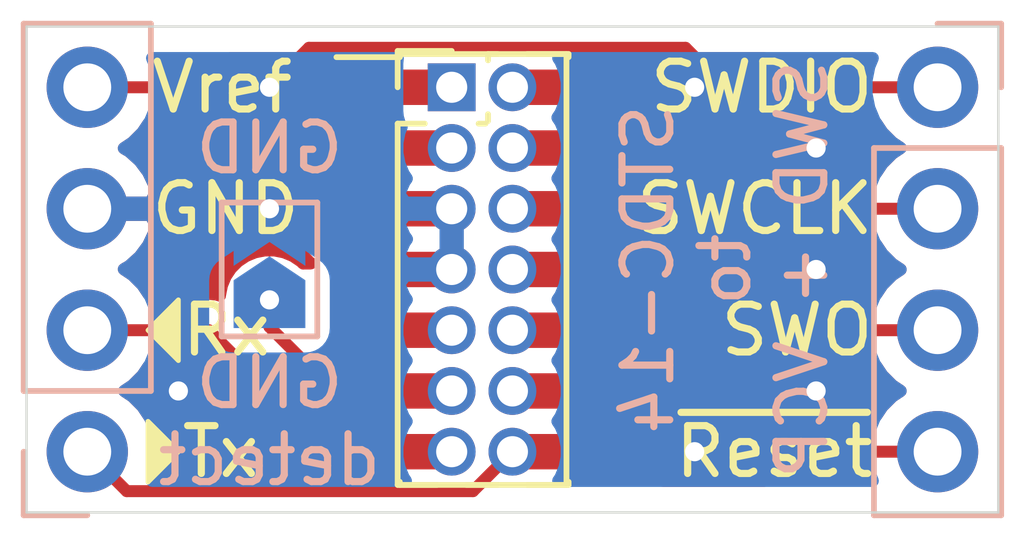
<source format=kicad_pcb>
(kicad_pcb (version 20171130) (host pcbnew "(5.1.8)-1")

  (general
    (thickness 1.6)
    (drawings 17)
    (tracks 49)
    (zones 0)
    (modules 5)
    (nets 18)
  )

  (page A4)
  (layers
    (0 F.Cu signal)
    (31 B.Cu signal)
    (32 B.Adhes user)
    (33 F.Adhes user)
    (34 B.Paste user)
    (35 F.Paste user)
    (36 B.SilkS user)
    (37 F.SilkS user)
    (38 B.Mask user)
    (39 F.Mask user)
    (40 Dwgs.User user)
    (41 Cmts.User user)
    (42 Eco1.User user)
    (43 Eco2.User user)
    (44 Edge.Cuts user)
    (45 Margin user)
    (46 B.CrtYd user)
    (47 F.CrtYd user)
    (48 B.Fab user)
    (49 F.Fab user)
  )

  (setup
    (last_trace_width 0.25)
    (trace_clearance 0.2)
    (zone_clearance 0.508)
    (zone_45_only no)
    (trace_min 0.2)
    (via_size 0.8)
    (via_drill 0.4)
    (via_min_size 0.4)
    (via_min_drill 0.3)
    (uvia_size 0.3)
    (uvia_drill 0.1)
    (uvias_allowed no)
    (uvia_min_size 0.2)
    (uvia_min_drill 0.1)
    (edge_width 0.05)
    (segment_width 0.2)
    (pcb_text_width 0.3)
    (pcb_text_size 1.5 1.5)
    (mod_edge_width 0.12)
    (mod_text_size 1 1)
    (mod_text_width 0.15)
    (pad_size 1.7 1.7)
    (pad_drill 1)
    (pad_to_mask_clearance 0)
    (aux_axis_origin 0 0)
    (visible_elements 7FFFFFFF)
    (pcbplotparams
      (layerselection 0x010fc_ffffffff)
      (usegerberextensions false)
      (usegerberattributes true)
      (usegerberadvancedattributes true)
      (creategerberjobfile true)
      (excludeedgelayer true)
      (linewidth 0.100000)
      (plotframeref false)
      (viasonmask false)
      (mode 1)
      (useauxorigin false)
      (hpglpennumber 1)
      (hpglpenspeed 20)
      (hpglpendiameter 15.000000)
      (psnegative false)
      (psa4output false)
      (plotreference true)
      (plotvalue true)
      (plotinvisibletext false)
      (padsonsilk false)
      (subtractmaskfromsilk false)
      (outputformat 1)
      (mirror false)
      (drillshape 1)
      (scaleselection 1)
      (outputdirectory ""))
  )

  (net 0 "")
  (net 1 VCC)
  (net 2 GND)
  (net 3 RX)
  (net 4 TX)
  (net 5 ~Reset)
  (net 6 "Net-(J2-Pad10)")
  (net 7 "Net-(J2-Pad9)")
  (net 8 SWO)
  (net 9 SWCLK)
  (net 10 SWDIO)
  (net 11 "Net-(J2-Pad2)")
  (net 12 "Net-(J2-Pad1)")
  (net 13 "Net-(J4-Pad10)")
  (net 14 "Net-(J4-Pad9)")
  (net 15 "Net-(J4-Pad2)")
  (net 16 "Net-(J4-Pad1)")
  (net 17 GND-detect)

  (net_class Default "This is the default net class."
    (clearance 0.2)
    (trace_width 0.25)
    (via_dia 0.8)
    (via_drill 0.4)
    (uvia_dia 0.3)
    (uvia_drill 0.1)
    (add_net GND)
    (add_net GND-detect)
    (add_net "Net-(J2-Pad1)")
    (add_net "Net-(J2-Pad10)")
    (add_net "Net-(J2-Pad2)")
    (add_net "Net-(J2-Pad9)")
    (add_net "Net-(J4-Pad1)")
    (add_net "Net-(J4-Pad10)")
    (add_net "Net-(J4-Pad2)")
    (add_net "Net-(J4-Pad9)")
    (add_net RX)
    (add_net SWCLK)
    (add_net SWDIO)
    (add_net SWO)
    (add_net TX)
    (add_net VCC)
    (add_net ~Reset)
  )

  (module Jumper:SolderJumper-2_P1.3mm_Open_TrianglePad1.0x1.5mm (layer B.Cu) (tedit 5A64794F) (tstamp 5FCE627F)
    (at 137.16 91.44 90)
    (descr "SMD Solder Jumper, 1x1.5mm Triangular Pads, 0.3mm gap, open")
    (tags "solder jumper open")
    (path /5FCFEEB3)
    (attr virtual)
    (fp_text reference JP1 (at 0 1.8 270) (layer B.SilkS) hide
      (effects (font (size 1 1) (thickness 0.15)) (justify mirror))
    )
    (fp_text value SolderJumper_2_Open (at 0 -1.9 270) (layer B.Fab) hide
      (effects (font (size 1 1) (thickness 0.15)) (justify mirror))
    )
    (fp_line (start 1.65 -1.25) (end -1.65 -1.25) (layer B.CrtYd) (width 0.05))
    (fp_line (start 1.65 -1.25) (end 1.65 1.25) (layer B.CrtYd) (width 0.05))
    (fp_line (start -1.65 1.25) (end -1.65 -1.25) (layer B.CrtYd) (width 0.05))
    (fp_line (start -1.65 1.25) (end 1.65 1.25) (layer B.CrtYd) (width 0.05))
    (fp_line (start -1.4 1) (end 1.4 1) (layer B.SilkS) (width 0.12))
    (fp_line (start 1.4 1) (end 1.4 -1) (layer B.SilkS) (width 0.12))
    (fp_line (start 1.4 -1) (end -1.4 -1) (layer B.SilkS) (width 0.12))
    (fp_line (start -1.4 -1) (end -1.4 1) (layer B.SilkS) (width 0.12))
    (pad 1 smd custom (at -0.725 0 90) (size 0.3 0.3) (layers B.Cu B.Mask)
      (net 17 GND-detect) (zone_connect 2)
      (options (clearance outline) (anchor rect))
      (primitives
        (gr_poly (pts
           (xy -0.5 0.75) (xy 0.5 0.75) (xy 1 0) (xy 0.5 -0.75) (xy -0.5 -0.75)
) (width 0))
      ))
    (pad 2 smd custom (at 0.725 0 90) (size 0.3 0.3) (layers B.Cu B.Mask)
      (net 2 GND) (zone_connect 2)
      (options (clearance outline) (anchor rect))
      (primitives
        (gr_poly (pts
           (xy -0.65 0.75) (xy 0.5 0.75) (xy 0.5 -0.75) (xy -0.65 -0.75) (xy -0.15 0)
) (width 0))
      ))
  )

  (module Connector_PinHeader_2.54mm:PinHeader_1x04_P2.54mm_Vertical (layer B.Cu) (tedit 5FCDE585) (tstamp 5FCE5B88)
    (at 151.13 87.63 180)
    (descr "Through hole straight pin header, 1x04, 2.54mm pitch, single row")
    (tags "Through hole pin header THT 1x04 2.54mm single row")
    (path /5FCF5306)
    (fp_text reference J3 (at 0 2.33) (layer B.SilkS) hide
      (effects (font (size 1 1) (thickness 0.15)) (justify mirror))
    )
    (fp_text value Conn_01x04 (at 0 -9.95) (layer B.Fab) hide
      (effects (font (size 1 1) (thickness 0.15)) (justify mirror))
    )
    (fp_line (start 1.8 1.8) (end -1.8 1.8) (layer B.CrtYd) (width 0.05))
    (fp_line (start 1.8 -9.4) (end 1.8 1.8) (layer B.CrtYd) (width 0.05))
    (fp_line (start -1.8 -9.4) (end 1.8 -9.4) (layer B.CrtYd) (width 0.05))
    (fp_line (start -1.8 1.8) (end -1.8 -9.4) (layer B.CrtYd) (width 0.05))
    (fp_line (start -1.33 1.33) (end 0 1.33) (layer B.SilkS) (width 0.12))
    (fp_line (start -1.33 0) (end -1.33 1.33) (layer B.SilkS) (width 0.12))
    (fp_line (start -1.33 -1.27) (end 1.33 -1.27) (layer B.SilkS) (width 0.12))
    (fp_line (start 1.33 -1.27) (end 1.33 -8.95) (layer B.SilkS) (width 0.12))
    (fp_line (start -1.33 -1.27) (end -1.33 -8.95) (layer B.SilkS) (width 0.12))
    (fp_line (start -1.33 -8.95) (end 1.33 -8.95) (layer B.SilkS) (width 0.12))
    (fp_line (start -1.27 0.635) (end -0.635 1.27) (layer B.Fab) (width 0.1))
    (fp_line (start -1.27 -8.89) (end -1.27 0.635) (layer B.Fab) (width 0.1))
    (fp_line (start 1.27 -8.89) (end -1.27 -8.89) (layer B.Fab) (width 0.1))
    (fp_line (start 1.27 1.27) (end 1.27 -8.89) (layer B.Fab) (width 0.1))
    (fp_line (start -0.635 1.27) (end 1.27 1.27) (layer B.Fab) (width 0.1))
    (fp_text user %R (at 0 -3.81 270) (layer B.Fab)
      (effects (font (size 1 1) (thickness 0.15)) (justify mirror))
    )
    (pad 4 thru_hole oval (at 0 -7.62 180) (size 1.7 1.7) (drill 1) (layers *.Cu *.Mask)
      (net 5 ~Reset))
    (pad 3 thru_hole oval (at 0 -5.08 180) (size 1.7 1.7) (drill 1) (layers *.Cu *.Mask)
      (net 8 SWO))
    (pad 2 thru_hole oval (at 0 -2.54 180) (size 1.7 1.7) (drill 1) (layers *.Cu *.Mask)
      (net 9 SWCLK))
    (pad 1 thru_hole circle (at 0 0 180) (size 1.7 1.7) (drill 1) (layers *.Cu *.Mask)
      (net 10 SWDIO))
    (model ${KISYS3DMOD}/Connector_PinHeader_2.54mm.3dshapes/PinHeader_1x04_P2.54mm_Vertical.wrl
      (at (xyz 0 0 0))
      (scale (xyz 1 1 1))
      (rotate (xyz 0 0 0))
    )
  )

  (module Connector_PinHeader_2.54mm:PinHeader_1x04_P2.54mm_Vertical (layer B.Cu) (tedit 5FCDE599) (tstamp 5FCE577F)
    (at 133.35 95.25)
    (descr "Through hole straight pin header, 1x04, 2.54mm pitch, single row")
    (tags "Through hole pin header THT 1x04 2.54mm single row")
    (path /5FCF43D0)
    (fp_text reference J1 (at 0 2.33) (layer B.SilkS) hide
      (effects (font (size 1 1) (thickness 0.15)) (justify mirror))
    )
    (fp_text value Conn_01x04 (at 0 -9.95) (layer B.Fab) hide
      (effects (font (size 1 1) (thickness 0.15)) (justify mirror))
    )
    (fp_line (start 1.8 1.8) (end -1.8 1.8) (layer B.CrtYd) (width 0.05))
    (fp_line (start 1.8 -9.4) (end 1.8 1.8) (layer B.CrtYd) (width 0.05))
    (fp_line (start -1.8 -9.4) (end 1.8 -9.4) (layer B.CrtYd) (width 0.05))
    (fp_line (start -1.8 1.8) (end -1.8 -9.4) (layer B.CrtYd) (width 0.05))
    (fp_line (start -1.33 1.33) (end 0 1.33) (layer B.SilkS) (width 0.12))
    (fp_line (start -1.33 0) (end -1.33 1.33) (layer B.SilkS) (width 0.12))
    (fp_line (start -1.33 -1.27) (end 1.33 -1.27) (layer B.SilkS) (width 0.12))
    (fp_line (start 1.33 -1.27) (end 1.33 -8.95) (layer B.SilkS) (width 0.12))
    (fp_line (start -1.33 -1.27) (end -1.33 -8.95) (layer B.SilkS) (width 0.12))
    (fp_line (start -1.33 -8.95) (end 1.33 -8.95) (layer B.SilkS) (width 0.12))
    (fp_line (start -1.27 0.635) (end -0.635 1.27) (layer B.Fab) (width 0.1))
    (fp_line (start -1.27 -8.89) (end -1.27 0.635) (layer B.Fab) (width 0.1))
    (fp_line (start 1.27 -8.89) (end -1.27 -8.89) (layer B.Fab) (width 0.1))
    (fp_line (start 1.27 1.27) (end 1.27 -8.89) (layer B.Fab) (width 0.1))
    (fp_line (start -0.635 1.27) (end 1.27 1.27) (layer B.Fab) (width 0.1))
    (fp_text user %R (at 0 -3.81 -90) (layer B.Fab)
      (effects (font (size 1 1) (thickness 0.15)) (justify mirror))
    )
    (pad 4 thru_hole oval (at 0 -7.62) (size 1.7 1.7) (drill 1) (layers *.Cu *.Mask)
      (net 1 VCC))
    (pad 3 thru_hole oval (at 0 -5.08) (size 1.7 1.7) (drill 1) (layers *.Cu *.Mask)
      (net 2 GND))
    (pad 2 thru_hole oval (at 0 -2.54) (size 1.7 1.7) (drill 1) (layers *.Cu *.Mask)
      (net 3 RX))
    (pad 1 thru_hole circle (at 0 0) (size 1.7 1.7) (drill 1) (layers *.Cu *.Mask)
      (net 4 TX))
    (model ${KISYS3DMOD}/Connector_PinHeader_2.54mm.3dshapes/PinHeader_1x04_P2.54mm_Vertical.wrl
      (at (xyz 0 0 0))
      (scale (xyz 1 1 1))
      (rotate (xyz 0 0 0))
    )
  )

  (module Connector_PinHeader_1.27mm:PinHeader_2x07_P1.27mm_Vertical_SMD (layer F.Cu) (tedit 59FED6E3) (tstamp 5FCE3BC6)
    (at 141.65 91.44)
    (descr "surface-mounted straight pin header, 2x07, 1.27mm pitch, double rows")
    (tags "Surface mounted pin header SMD 2x07 1.27mm double row")
    (path /5FCDDBF9)
    (attr smd)
    (fp_text reference J2 (at 0 -5.505) (layer F.SilkS) hide
      (effects (font (size 1 1) (thickness 0.15)))
    )
    (fp_text value STDC14_SMD (at 0 5.505) (layer F.Fab) hide
      (effects (font (size 1 1) (thickness 0.15)))
    )
    (fp_line (start 4.3 -4.95) (end -4.3 -4.95) (layer F.CrtYd) (width 0.05))
    (fp_line (start 4.3 4.95) (end 4.3 -4.95) (layer F.CrtYd) (width 0.05))
    (fp_line (start -4.3 4.95) (end 4.3 4.95) (layer F.CrtYd) (width 0.05))
    (fp_line (start -4.3 -4.95) (end -4.3 4.95) (layer F.CrtYd) (width 0.05))
    (fp_line (start 1.765 4.44) (end 1.765 4.505) (layer F.SilkS) (width 0.12))
    (fp_line (start -1.765 4.44) (end -1.765 4.505) (layer F.SilkS) (width 0.12))
    (fp_line (start 1.765 -4.505) (end 1.765 -4.44) (layer F.SilkS) (width 0.12))
    (fp_line (start -1.765 -4.505) (end -1.765 -4.44) (layer F.SilkS) (width 0.12))
    (fp_line (start -3.09 -4.44) (end -1.765 -4.44) (layer F.SilkS) (width 0.12))
    (fp_line (start -1.765 4.505) (end 1.765 4.505) (layer F.SilkS) (width 0.12))
    (fp_line (start -1.765 -4.505) (end 1.765 -4.505) (layer F.SilkS) (width 0.12))
    (fp_line (start 2.75 4.01) (end 1.705 4.01) (layer F.Fab) (width 0.1))
    (fp_line (start 2.75 3.61) (end 2.75 4.01) (layer F.Fab) (width 0.1))
    (fp_line (start 1.705 3.61) (end 2.75 3.61) (layer F.Fab) (width 0.1))
    (fp_line (start -2.75 4.01) (end -1.705 4.01) (layer F.Fab) (width 0.1))
    (fp_line (start -2.75 3.61) (end -2.75 4.01) (layer F.Fab) (width 0.1))
    (fp_line (start -1.705 3.61) (end -2.75 3.61) (layer F.Fab) (width 0.1))
    (fp_line (start 2.75 2.74) (end 1.705 2.74) (layer F.Fab) (width 0.1))
    (fp_line (start 2.75 2.34) (end 2.75 2.74) (layer F.Fab) (width 0.1))
    (fp_line (start 1.705 2.34) (end 2.75 2.34) (layer F.Fab) (width 0.1))
    (fp_line (start -2.75 2.74) (end -1.705 2.74) (layer F.Fab) (width 0.1))
    (fp_line (start -2.75 2.34) (end -2.75 2.74) (layer F.Fab) (width 0.1))
    (fp_line (start -1.705 2.34) (end -2.75 2.34) (layer F.Fab) (width 0.1))
    (fp_line (start 2.75 1.47) (end 1.705 1.47) (layer F.Fab) (width 0.1))
    (fp_line (start 2.75 1.07) (end 2.75 1.47) (layer F.Fab) (width 0.1))
    (fp_line (start 1.705 1.07) (end 2.75 1.07) (layer F.Fab) (width 0.1))
    (fp_line (start -2.75 1.47) (end -1.705 1.47) (layer F.Fab) (width 0.1))
    (fp_line (start -2.75 1.07) (end -2.75 1.47) (layer F.Fab) (width 0.1))
    (fp_line (start -1.705 1.07) (end -2.75 1.07) (layer F.Fab) (width 0.1))
    (fp_line (start 2.75 0.2) (end 1.705 0.2) (layer F.Fab) (width 0.1))
    (fp_line (start 2.75 -0.2) (end 2.75 0.2) (layer F.Fab) (width 0.1))
    (fp_line (start 1.705 -0.2) (end 2.75 -0.2) (layer F.Fab) (width 0.1))
    (fp_line (start -2.75 0.2) (end -1.705 0.2) (layer F.Fab) (width 0.1))
    (fp_line (start -2.75 -0.2) (end -2.75 0.2) (layer F.Fab) (width 0.1))
    (fp_line (start -1.705 -0.2) (end -2.75 -0.2) (layer F.Fab) (width 0.1))
    (fp_line (start 2.75 -1.07) (end 1.705 -1.07) (layer F.Fab) (width 0.1))
    (fp_line (start 2.75 -1.47) (end 2.75 -1.07) (layer F.Fab) (width 0.1))
    (fp_line (start 1.705 -1.47) (end 2.75 -1.47) (layer F.Fab) (width 0.1))
    (fp_line (start -2.75 -1.07) (end -1.705 -1.07) (layer F.Fab) (width 0.1))
    (fp_line (start -2.75 -1.47) (end -2.75 -1.07) (layer F.Fab) (width 0.1))
    (fp_line (start -1.705 -1.47) (end -2.75 -1.47) (layer F.Fab) (width 0.1))
    (fp_line (start 2.75 -2.34) (end 1.705 -2.34) (layer F.Fab) (width 0.1))
    (fp_line (start 2.75 -2.74) (end 2.75 -2.34) (layer F.Fab) (width 0.1))
    (fp_line (start 1.705 -2.74) (end 2.75 -2.74) (layer F.Fab) (width 0.1))
    (fp_line (start -2.75 -2.34) (end -1.705 -2.34) (layer F.Fab) (width 0.1))
    (fp_line (start -2.75 -2.74) (end -2.75 -2.34) (layer F.Fab) (width 0.1))
    (fp_line (start -1.705 -2.74) (end -2.75 -2.74) (layer F.Fab) (width 0.1))
    (fp_line (start 2.75 -3.61) (end 1.705 -3.61) (layer F.Fab) (width 0.1))
    (fp_line (start 2.75 -4.01) (end 2.75 -3.61) (layer F.Fab) (width 0.1))
    (fp_line (start 1.705 -4.01) (end 2.75 -4.01) (layer F.Fab) (width 0.1))
    (fp_line (start -2.75 -3.61) (end -1.705 -3.61) (layer F.Fab) (width 0.1))
    (fp_line (start -2.75 -4.01) (end -2.75 -3.61) (layer F.Fab) (width 0.1))
    (fp_line (start -1.705 -4.01) (end -2.75 -4.01) (layer F.Fab) (width 0.1))
    (fp_line (start 1.705 -4.445) (end 1.705 4.445) (layer F.Fab) (width 0.1))
    (fp_line (start -1.705 -4.01) (end -1.27 -4.445) (layer F.Fab) (width 0.1))
    (fp_line (start -1.705 4.445) (end -1.705 -4.01) (layer F.Fab) (width 0.1))
    (fp_line (start -1.27 -4.445) (end 1.705 -4.445) (layer F.Fab) (width 0.1))
    (fp_line (start 1.705 4.445) (end -1.705 4.445) (layer F.Fab) (width 0.1))
    (fp_text user %R (at 0 0 90) (layer F.Fab)
      (effects (font (size 1 1) (thickness 0.15)))
    )
    (pad 14 smd rect (at 1.95 3.81) (size 2.4 0.74) (layers F.Cu F.Paste F.Mask)
      (net 4 TX))
    (pad 13 smd rect (at -1.95 3.81) (size 2.4 0.74) (layers F.Cu F.Paste F.Mask)
      (net 3 RX))
    (pad 12 smd rect (at 1.95 2.54) (size 2.4 0.74) (layers F.Cu F.Paste F.Mask)
      (net 5 ~Reset))
    (pad 11 smd rect (at -1.95 2.54) (size 2.4 0.74) (layers F.Cu F.Paste F.Mask)
      (net 17 GND-detect))
    (pad 10 smd rect (at 1.95 1.27) (size 2.4 0.74) (layers F.Cu F.Paste F.Mask)
      (net 6 "Net-(J2-Pad10)"))
    (pad 9 smd rect (at -1.95 1.27) (size 2.4 0.74) (layers F.Cu F.Paste F.Mask)
      (net 7 "Net-(J2-Pad9)"))
    (pad 8 smd rect (at 1.95 0) (size 2.4 0.74) (layers F.Cu F.Paste F.Mask)
      (net 8 SWO))
    (pad 7 smd rect (at -1.95 0) (size 2.4 0.74) (layers F.Cu F.Paste F.Mask)
      (net 2 GND))
    (pad 6 smd rect (at 1.95 -1.27) (size 2.4 0.74) (layers F.Cu F.Paste F.Mask)
      (net 9 SWCLK))
    (pad 5 smd rect (at -1.95 -1.27) (size 2.4 0.74) (layers F.Cu F.Paste F.Mask)
      (net 2 GND))
    (pad 4 smd rect (at 1.95 -2.54) (size 2.4 0.74) (layers F.Cu F.Paste F.Mask)
      (net 10 SWDIO))
    (pad 3 smd rect (at -1.95 -2.54) (size 2.4 0.74) (layers F.Cu F.Paste F.Mask)
      (net 1 VCC))
    (pad 2 smd rect (at 1.95 -3.81) (size 2.4 0.74) (layers F.Cu F.Paste F.Mask)
      (net 11 "Net-(J2-Pad2)"))
    (pad 1 smd rect (at -1.95 -3.81) (size 2.4 0.74) (layers F.Cu F.Paste F.Mask)
      (net 12 "Net-(J2-Pad1)"))
    (model ${KISYS3DMOD}/Connector_PinHeader_1.27mm.3dshapes/PinHeader_2x07_P1.27mm_Vertical_SMD.wrl
      (at (xyz 0 0 0))
      (scale (xyz 1 1 1))
      (rotate (xyz 0 0 0))
    )
  )

  (module Connector_PinHeader_1.27mm:PinHeader_2x07_P1.27mm_Vertical (layer F.Cu) (tedit 59FED6E3) (tstamp 5FCE3C08)
    (at 140.97 87.63)
    (descr "Through hole straight pin header, 2x07, 1.27mm pitch, double rows")
    (tags "Through hole pin header THT 2x07 1.27mm double row")
    (path /5FCE51F8)
    (attr virtual)
    (fp_text reference J4 (at 0.635 -1.695) (layer F.SilkS) hide
      (effects (font (size 1 1) (thickness 0.15)))
    )
    (fp_text value STDC14_THT (at 0.635 9.315) (layer F.Fab) hide
      (effects (font (size 1 1) (thickness 0.15)))
    )
    (fp_line (start 2.85 -1.15) (end -1.6 -1.15) (layer F.CrtYd) (width 0.05))
    (fp_line (start 2.85 8.8) (end 2.85 -1.15) (layer F.CrtYd) (width 0.05))
    (fp_line (start -1.6 8.8) (end 2.85 8.8) (layer F.CrtYd) (width 0.05))
    (fp_line (start -1.6 -1.15) (end -1.6 8.8) (layer F.CrtYd) (width 0.05))
    (fp_line (start -1.13 -0.76) (end 0 -0.76) (layer F.SilkS) (width 0.12))
    (fp_line (start -1.13 0) (end -1.13 -0.76) (layer F.SilkS) (width 0.12))
    (fp_line (start 1.57753 -0.695) (end 2.4 -0.695) (layer F.SilkS) (width 0.12))
    (fp_line (start 0.76 -0.695) (end 0.96247 -0.695) (layer F.SilkS) (width 0.12))
    (fp_line (start 0.76 -0.563471) (end 0.76 -0.695) (layer F.SilkS) (width 0.12))
    (fp_line (start 0.76 0.706529) (end 0.76 0.563471) (layer F.SilkS) (width 0.12))
    (fp_line (start 0.563471 0.76) (end 0.706529 0.76) (layer F.SilkS) (width 0.12))
    (fp_line (start -1.13 0.76) (end -0.563471 0.76) (layer F.SilkS) (width 0.12))
    (fp_line (start 2.4 -0.695) (end 2.4 8.315) (layer F.SilkS) (width 0.12))
    (fp_line (start -1.13 0.76) (end -1.13 8.315) (layer F.SilkS) (width 0.12))
    (fp_line (start 0.30753 8.315) (end 0.96247 8.315) (layer F.SilkS) (width 0.12))
    (fp_line (start 1.57753 8.315) (end 2.4 8.315) (layer F.SilkS) (width 0.12))
    (fp_line (start -1.13 8.315) (end -0.30753 8.315) (layer F.SilkS) (width 0.12))
    (fp_line (start -1.07 0.2175) (end -0.2175 -0.635) (layer F.Fab) (width 0.1))
    (fp_line (start -1.07 8.255) (end -1.07 0.2175) (layer F.Fab) (width 0.1))
    (fp_line (start 2.34 8.255) (end -1.07 8.255) (layer F.Fab) (width 0.1))
    (fp_line (start 2.34 -0.635) (end 2.34 8.255) (layer F.Fab) (width 0.1))
    (fp_line (start -0.2175 -0.635) (end 2.34 -0.635) (layer F.Fab) (width 0.1))
    (fp_text user %R (at 0.635 3.81 90) (layer F.Fab)
      (effects (font (size 1 1) (thickness 0.15)))
    )
    (pad 14 thru_hole oval (at 1.27 7.62) (size 1 1) (drill 0.65) (layers *.Cu *.Mask)
      (net 4 TX))
    (pad 13 thru_hole oval (at 0 7.62) (size 1 1) (drill 0.65) (layers *.Cu *.Mask)
      (net 3 RX))
    (pad 12 thru_hole oval (at 1.27 6.35) (size 1 1) (drill 0.65) (layers *.Cu *.Mask)
      (net 5 ~Reset))
    (pad 11 thru_hole oval (at 0 6.35) (size 1 1) (drill 0.65) (layers *.Cu *.Mask)
      (net 17 GND-detect))
    (pad 10 thru_hole oval (at 1.27 5.08) (size 1 1) (drill 0.65) (layers *.Cu *.Mask)
      (net 13 "Net-(J4-Pad10)"))
    (pad 9 thru_hole oval (at 0 5.08) (size 1 1) (drill 0.65) (layers *.Cu *.Mask)
      (net 14 "Net-(J4-Pad9)"))
    (pad 8 thru_hole oval (at 1.27 3.81) (size 1 1) (drill 0.65) (layers *.Cu *.Mask)
      (net 8 SWO))
    (pad 7 thru_hole oval (at 0 3.81) (size 1 1) (drill 0.65) (layers *.Cu *.Mask)
      (net 2 GND))
    (pad 6 thru_hole oval (at 1.27 2.54) (size 1 1) (drill 0.65) (layers *.Cu *.Mask)
      (net 9 SWCLK))
    (pad 5 thru_hole oval (at 0 2.54) (size 1 1) (drill 0.65) (layers *.Cu *.Mask)
      (net 2 GND))
    (pad 4 thru_hole oval (at 1.27 1.27) (size 1 1) (drill 0.65) (layers *.Cu *.Mask)
      (net 10 SWDIO))
    (pad 3 thru_hole oval (at 0 1.27) (size 1 1) (drill 0.65) (layers *.Cu *.Mask)
      (net 1 VCC))
    (pad 2 thru_hole oval (at 1.27 0) (size 1 1) (drill 0.65) (layers *.Cu *.Mask)
      (net 15 "Net-(J4-Pad2)"))
    (pad 1 thru_hole rect (at 0 0) (size 1 1) (drill 0.65) (layers *.Cu *.Mask)
      (net 16 "Net-(J4-Pad1)"))
    (model ${KISYS3DMOD}/Connector_PinHeader_1.27mm.3dshapes/PinHeader_2x07_P1.27mm_Vertical.wrl
      (at (xyz 0 0 0))
      (scale (xyz 1 1 1))
      (rotate (xyz 0 0 0))
    )
  )

  (gr_text "GND\ndetect" (at 137.16 94.615) (layer B.SilkS)
    (effects (font (size 1 1) (thickness 0.15)) (justify mirror))
  )
  (gr_text GND (at 137.16 88.9) (layer B.SilkS)
    (effects (font (size 1 1) (thickness 0.15)) (justify mirror))
  )
  (gr_line (start 132.08 96.52) (end 132.08 86.36) (layer Edge.Cuts) (width 0.05) (tstamp 5FCE5DCF))
  (gr_line (start 152.4 96.52) (end 132.08 96.52) (layer Edge.Cuts) (width 0.05))
  (gr_line (start 152.4 86.36) (end 152.4 96.52) (layer Edge.Cuts) (width 0.05))
  (gr_line (start 132.08 86.36) (end 152.4 86.36) (layer Edge.Cuts) (width 0.05))
  (gr_text GND (at 134.62 90.17) (layer F.SilkS)
    (effects (font (size 1 1) (thickness 0.15)) (justify left))
  )
  (gr_text Tx (at 135.255 95.25) (layer F.SilkS)
    (effects (font (size 1 1) (thickness 0.15)) (justify left))
  )
  (gr_text SWDIO (at 149.86 87.63) (layer F.SilkS) (tstamp 5FCE5BC0)
    (effects (font (size 1 1) (thickness 0.15)) (justify right))
  )
  (gr_text SWCLK (at 149.86 90.17) (layer F.SilkS) (tstamp 5FCE5BBD)
    (effects (font (size 1 1) (thickness 0.15)) (justify right))
  )
  (gr_text SWO (at 149.86 92.71) (layer F.SilkS) (tstamp 5FCE5BBA)
    (effects (font (size 1 1) (thickness 0.15)) (justify right))
  )
  (gr_text Vref (at 134.62 87.63) (layer F.SilkS) (tstamp 5FCE5D13)
    (effects (font (size 1 1) (thickness 0.15)) (justify left))
  )
  (gr_text Rx (at 135.255 92.71) (layer F.SilkS)
    (effects (font (size 1 1) (thickness 0.15)) (justify left))
  )
  (gr_text ~Reset (at 149.86 95.25) (layer F.SilkS) (tstamp 5FCE5BB7)
    (effects (font (size 1 1) (thickness 0.15)) (justify right))
  )
  (gr_text "STDC-14\nto\nSWD + VCP" (at 146.685 91.44 90) (layer B.SilkS)
    (effects (font (size 1 1) (thickness 0.15)) (justify mirror))
  )
  (gr_poly (pts (xy 135.255 95.25) (xy 134.62 95.885) (xy 134.62 94.615)) (layer F.SilkS) (width 0.1))
  (gr_poly (pts (xy 135.255 93.345) (xy 134.62 92.71) (xy 135.255 92.075)) (layer F.SilkS) (width 0.1))

  (via (at 148.59 88.9) (size 0.8) (drill 0.4) (layers F.Cu B.Cu) (net 2))
  (via (at 146.05 87.63) (size 0.8) (drill 0.4) (layers F.Cu B.Cu) (net 2))
  (via (at 148.59 91.44) (size 0.8) (drill 0.4) (layers F.Cu B.Cu) (net 2))
  (via (at 148.59 93.98) (size 0.8) (drill 0.4) (layers F.Cu B.Cu) (net 2))
  (via (at 146.05 95.25) (size 0.8) (drill 0.4) (layers F.Cu B.Cu) (net 2))
  (via (at 137.16 87.63) (size 0.8) (drill 0.4) (layers F.Cu B.Cu) (net 2))
  (via (at 137.16 92.075) (size 0.8) (drill 0.4) (layers F.Cu B.Cu) (net 17))
  (segment (start 139.7 88.9) (end 137.16 88.9) (width 0.25) (layer F.Cu) (net 1))
  (segment (start 135.89 87.63) (end 133.35 87.63) (width 0.25) (layer F.Cu) (net 1))
  (segment (start 137.16 88.9) (end 135.89 87.63) (width 0.25) (layer F.Cu) (net 1))
  (segment (start 139.7 88.9) (end 140.97 88.9) (width 0.25) (layer F.Cu) (net 1))
  (segment (start 139.7 90.17) (end 137.16 90.17) (width 0.25) (layer F.Cu) (net 2))
  (segment (start 139.7 91.44) (end 140.97 91.44) (width 0.25) (layer F.Cu) (net 2))
  (segment (start 137.16 90.17) (end 133.35 90.17) (width 0.25) (layer F.Cu) (net 2) (tstamp 5FCE151E))
  (via (at 137.16 90.17) (size 0.8) (drill 0.4) (layers F.Cu B.Cu) (net 2))
  (segment (start 137.16 90.715) (end 137.16 90.17) (width 0.25) (layer B.Cu) (net 2))
  (segment (start 139.7 90.17) (end 140.97 90.17) (width 0.25) (layer F.Cu) (net 2))
  (segment (start 137.795 87.63) (end 137.795 86.995) (width 0.25) (layer F.Cu) (net 2))
  (segment (start 137.985001 86.804999) (end 145.859999 86.804999) (width 0.25) (layer F.Cu) (net 2))
  (segment (start 137.795 86.995) (end 137.985001 86.804999) (width 0.25) (layer F.Cu) (net 2))
  (segment (start 146.05 86.995) (end 146.05 87.63) (width 0.25) (layer F.Cu) (net 2))
  (segment (start 145.859999 86.804999) (end 146.05 86.995) (width 0.25) (layer F.Cu) (net 2))
  (via (at 135.255 93.98) (size 0.8) (drill 0.4) (layers F.Cu B.Cu) (net 2))
  (segment (start 139.7 95.25) (end 140.97 95.25) (width 0.25) (layer F.Cu) (net 3))
  (segment (start 139.7 95.25) (end 138.43 95.25) (width 0.25) (layer F.Cu) (net 3))
  (segment (start 135.89 92.71) (end 133.35 92.71) (width 0.25) (layer F.Cu) (net 3))
  (segment (start 138.43 95.25) (end 135.89 92.71) (width 0.25) (layer F.Cu) (net 3))
  (segment (start 143.6 95.25) (end 142.24 95.25) (width 0.25) (layer F.Cu) (net 4))
  (segment (start 134.175001 96.075001) (end 133.35 95.25) (width 0.25) (layer F.Cu) (net 4))
  (segment (start 141.414999 96.075001) (end 134.175001 96.075001) (width 0.25) (layer F.Cu) (net 4))
  (segment (start 142.24 95.25) (end 141.414999 96.075001) (width 0.25) (layer F.Cu) (net 4))
  (segment (start 143.6 93.98) (end 146.685 93.98) (width 0.25) (layer F.Cu) (net 5))
  (segment (start 147.955 95.25) (end 151.13 95.25) (width 0.25) (layer F.Cu) (net 5))
  (segment (start 146.685 93.98) (end 147.955 95.25) (width 0.25) (layer F.Cu) (net 5))
  (segment (start 143.6 93.98) (end 142.24 93.98) (width 0.25) (layer F.Cu) (net 5))
  (segment (start 143.6 91.44) (end 146.685 91.44) (width 0.25) (layer F.Cu) (net 8))
  (segment (start 146.685 91.44) (end 147.955 92.71) (width 0.25) (layer F.Cu) (net 8))
  (segment (start 147.955 92.71) (end 151.13 92.71) (width 0.25) (layer F.Cu) (net 8))
  (segment (start 143.6 91.44) (end 142.24 91.44) (width 0.25) (layer F.Cu) (net 8))
  (segment (start 143.6 90.17) (end 151.13 90.17) (width 0.25) (layer F.Cu) (net 9))
  (segment (start 143.6 90.17) (end 142.24 90.17) (width 0.25) (layer F.Cu) (net 9))
  (segment (start 143.6 88.9) (end 146.685 88.9) (width 0.25) (layer F.Cu) (net 10))
  (segment (start 147.955 87.63) (end 151.13 87.63) (width 0.25) (layer F.Cu) (net 10))
  (segment (start 146.685 88.9) (end 147.955 87.63) (width 0.25) (layer F.Cu) (net 10))
  (segment (start 143.6 88.9) (end 142.24 88.9) (width 0.25) (layer F.Cu) (net 10))
  (segment (start 139.7 93.98) (end 140.97 93.98) (width 0.25) (layer F.Cu) (net 17))
  (segment (start 137.16 92.640685) (end 137.16 92.075) (width 0.25) (layer F.Cu) (net 17))
  (segment (start 138.499315 93.98) (end 137.16 92.640685) (width 0.25) (layer F.Cu) (net 17))
  (segment (start 139.7 93.98) (end 138.499315 93.98) (width 0.25) (layer F.Cu) (net 17))

  (zone (net 2) (net_name GND) (layer F.Cu) (tstamp 0) (hatch edge 0.508)
    (connect_pads (clearance 0.508))
    (min_thickness 0.254)
    (fill yes (arc_segments 32) (thermal_gap 0.508) (thermal_bridge_width 0.508))
    (polygon
      (pts
        (xy 152.4 96.52) (xy 132.08 96.52) (xy 132.08 86.36) (xy 152.4 86.36)
      )
    )
    (filled_polygon
      (pts
        (xy 147.3912 95.761002) (xy 147.414999 95.790001) (xy 147.500293 95.86) (xy 145.39077 95.86) (xy 145.425812 95.744482)
        (xy 145.438072 95.62) (xy 145.438072 94.88) (xy 145.425812 94.755518) (xy 145.421105 94.74) (xy 146.370199 94.74)
      )
    )
    (filled_polygon
      (pts
        (xy 137.420198 95.315001) (xy 134.835 95.315001) (xy 134.835 95.10374) (xy 134.777932 94.816842) (xy 134.66599 94.546589)
        (xy 134.503475 94.303368) (xy 134.296632 94.096525) (xy 134.12224 93.98) (xy 134.296632 93.863475) (xy 134.503475 93.656632)
        (xy 134.628178 93.47) (xy 135.575199 93.47)
      )
    )
    (filled_polygon
      (pts
        (xy 147.3912 93.221002) (xy 147.414999 93.250001) (xy 147.530724 93.344974) (xy 147.662753 93.415546) (xy 147.806014 93.459003)
        (xy 147.917667 93.47) (xy 147.917676 93.47) (xy 147.954999 93.473676) (xy 147.992322 93.47) (xy 149.851822 93.47)
        (xy 149.976525 93.656632) (xy 150.183368 93.863475) (xy 150.35776 93.98) (xy 150.183368 94.096525) (xy 149.976525 94.303368)
        (xy 149.851822 94.49) (xy 148.269802 94.49) (xy 147.248804 93.469003) (xy 147.225001 93.439999) (xy 147.109276 93.345026)
        (xy 146.977247 93.274454) (xy 146.833986 93.230997) (xy 146.722333 93.22) (xy 146.722322 93.22) (xy 146.685 93.216324)
        (xy 146.647678 93.22) (xy 145.421105 93.22) (xy 145.425812 93.204482) (xy 145.438072 93.08) (xy 145.438072 92.34)
        (xy 145.425812 92.215518) (xy 145.421105 92.2) (xy 146.370199 92.2)
      )
    )
    (filled_polygon
      (pts
        (xy 136.596201 89.411003) (xy 136.619999 89.440001) (xy 136.735724 89.534974) (xy 136.867753 89.605546) (xy 137.011014 89.649003)
        (xy 137.122667 89.66) (xy 137.122676 89.66) (xy 137.159999 89.663676) (xy 137.197322 89.66) (xy 137.878895 89.66)
        (xy 137.874188 89.675518) (xy 137.861928 89.8) (xy 137.865 89.88425) (xy 138.02375 90.043) (xy 139.573 90.043)
        (xy 139.573 90.023) (xy 139.827 90.023) (xy 139.827 90.043) (xy 139.847 90.043) (xy 139.847 90.297)
        (xy 139.827 90.297) (xy 139.827 91.313) (xy 139.847 91.313) (xy 139.847 91.567) (xy 139.827 91.567)
        (xy 139.827 91.587) (xy 139.573 91.587) (xy 139.573 91.567) (xy 139.553 91.567) (xy 139.553 91.313)
        (xy 139.573 91.313) (xy 139.573 90.297) (xy 138.02375 90.297) (xy 137.865 90.45575) (xy 137.861928 90.54)
        (xy 137.874188 90.664482) (xy 137.910498 90.78418) (xy 137.921627 90.805) (xy 137.910498 90.82582) (xy 137.874188 90.945518)
        (xy 137.861928 91.07) (xy 137.865 91.15425) (xy 138.023748 91.312998) (xy 137.865 91.312998) (xy 137.865 91.316289)
        (xy 137.819774 91.271063) (xy 137.650256 91.157795) (xy 137.461898 91.079774) (xy 137.261939 91.04) (xy 137.058061 91.04)
        (xy 136.858102 91.079774) (xy 136.669744 91.157795) (xy 136.500226 91.271063) (xy 136.356063 91.415226) (xy 136.242795 91.584744)
        (xy 136.164774 91.773102) (xy 136.125 91.973061) (xy 136.125 91.987089) (xy 136.038986 91.960997) (xy 135.927333 91.95)
        (xy 135.927322 91.95) (xy 135.89 91.946324) (xy 135.852678 91.95) (xy 134.628178 91.95) (xy 134.503475 91.763368)
        (xy 134.296632 91.556525) (xy 134.114466 91.434805) (xy 134.231355 91.365178) (xy 134.447588 91.170269) (xy 134.621641 90.93692)
        (xy 134.746825 90.674099) (xy 134.791476 90.52689) (xy 134.670155 90.297) (xy 133.477 90.297) (xy 133.477 90.317)
        (xy 133.223 90.317) (xy 133.223 90.297) (xy 133.203 90.297) (xy 133.203 90.043) (xy 133.223 90.043)
        (xy 133.223 90.023) (xy 133.477 90.023) (xy 133.477 90.043) (xy 134.670155 90.043) (xy 134.791476 89.81311)
        (xy 134.746825 89.665901) (xy 134.621641 89.40308) (xy 134.447588 89.169731) (xy 134.231355 88.974822) (xy 134.114466 88.905195)
        (xy 134.296632 88.783475) (xy 134.503475 88.576632) (xy 134.628178 88.39) (xy 135.575199 88.39)
      )
    )
    (filled_polygon
      (pts
        (xy 149.976525 91.116632) (xy 150.183368 91.323475) (xy 150.35776 91.44) (xy 150.183368 91.556525) (xy 149.976525 91.763368)
        (xy 149.851822 91.95) (xy 148.269802 91.95) (xy 147.249801 90.93) (xy 149.851822 90.93)
      )
    )
    (filled_polygon
      (pts
        (xy 149.976525 88.576632) (xy 150.183368 88.783475) (xy 150.35776 88.9) (xy 150.183368 89.016525) (xy 149.976525 89.223368)
        (xy 149.851822 89.41) (xy 147.249801 89.41) (xy 148.269802 88.39) (xy 149.851822 88.39)
      )
    )
    (filled_polygon
      (pts
        (xy 137.874188 87.135518) (xy 137.861928 87.26) (xy 137.861928 88) (xy 137.874188 88.124482) (xy 137.878895 88.14)
        (xy 137.474802 88.14) (xy 136.453804 87.119003) (xy 136.430001 87.089999) (xy 136.344707 87.02) (xy 137.90923 87.02)
      )
    )
    (filled_polygon
      (pts
        (xy 147.414999 87.089999) (xy 147.391201 87.118997) (xy 146.370199 88.14) (xy 145.421105 88.14) (xy 145.425812 88.124482)
        (xy 145.438072 88) (xy 145.438072 87.26) (xy 145.425812 87.135518) (xy 145.39077 87.02) (xy 147.500293 87.02)
      )
    )
  )
  (zone (net 2) (net_name GND) (layer B.Cu) (tstamp 0) (hatch edge 0.508)
    (connect_pads (clearance 0.508))
    (min_thickness 0.254)
    (fill yes (arc_segments 32) (thermal_gap 0.508) (thermal_bridge_width 0.508))
    (polygon
      (pts
        (xy 152.4 96.52) (xy 132.08 96.52) (xy 132.08 86.36) (xy 152.4 86.36)
      )
    )
    (filled_polygon
      (pts
        (xy 139.831928 87.13) (xy 139.831928 88.13) (xy 139.844188 88.254482) (xy 139.880498 88.37418) (xy 139.924888 88.457226)
        (xy 139.878617 88.568933) (xy 139.835 88.788212) (xy 139.835 89.011788) (xy 139.878617 89.231067) (xy 139.964176 89.437624)
        (xy 140.032353 89.539658) (xy 139.982877 89.609794) (xy 139.892554 89.813136) (xy 139.875881 89.868126) (xy 140.002046 90.043)
        (xy 140.843 90.043) (xy 140.843 90.031974) (xy 140.858212 90.035) (xy 141.081788 90.035) (xy 141.097 90.031974)
        (xy 141.097 90.043) (xy 141.108026 90.043) (xy 141.105 90.058212) (xy 141.105 90.281788) (xy 141.108026 90.297)
        (xy 141.097 90.297) (xy 141.097 91.313) (xy 141.108026 91.313) (xy 141.105 91.328212) (xy 141.105 91.551788)
        (xy 141.108026 91.567) (xy 141.097 91.567) (xy 141.097 91.578026) (xy 141.081788 91.575) (xy 140.858212 91.575)
        (xy 140.843 91.578026) (xy 140.843 91.567) (xy 140.002046 91.567) (xy 139.875881 91.741874) (xy 139.892554 91.796864)
        (xy 139.982877 92.000206) (xy 140.032353 92.070342) (xy 139.964176 92.172376) (xy 139.878617 92.378933) (xy 139.835 92.598212)
        (xy 139.835 92.821788) (xy 139.878617 93.041067) (xy 139.964176 93.247624) (xy 140.029241 93.345) (xy 139.964176 93.442376)
        (xy 139.878617 93.648933) (xy 139.835 93.868212) (xy 139.835 94.091788) (xy 139.878617 94.311067) (xy 139.964176 94.517624)
        (xy 140.029241 94.615) (xy 139.964176 94.712376) (xy 139.878617 94.918933) (xy 139.835 95.138212) (xy 139.835 95.361788)
        (xy 139.878617 95.581067) (xy 139.964176 95.787624) (xy 140.012536 95.86) (xy 134.704682 95.86) (xy 134.777932 95.683158)
        (xy 134.835 95.39626) (xy 134.835 95.10374) (xy 134.777932 94.816842) (xy 134.66599 94.546589) (xy 134.503475 94.303368)
        (xy 134.296632 94.096525) (xy 134.12224 93.98) (xy 134.296632 93.863475) (xy 134.503475 93.656632) (xy 134.66599 93.413411)
        (xy 134.777932 93.143158) (xy 134.835 92.85626) (xy 134.835 92.56374) (xy 134.777932 92.276842) (xy 134.66599 92.006589)
        (xy 134.503475 91.763368) (xy 134.405107 91.665) (xy 135.771928 91.665) (xy 135.771928 92.665) (xy 135.784188 92.789482)
        (xy 135.820498 92.90918) (xy 135.879463 93.019494) (xy 135.958815 93.116185) (xy 136.055506 93.195537) (xy 136.16582 93.254502)
        (xy 136.285518 93.290812) (xy 136.41 93.303072) (xy 137.91 93.303072) (xy 138.034482 93.290812) (xy 138.15418 93.254502)
        (xy 138.264494 93.195537) (xy 138.361185 93.116185) (xy 138.440537 93.019494) (xy 138.499502 92.90918) (xy 138.535812 92.789482)
        (xy 138.548072 92.665) (xy 138.548072 91.665) (xy 138.535681 91.539864) (xy 138.499246 91.420204) (xy 138.440166 91.309951)
        (xy 138.360713 91.213343) (xy 138.263939 91.134092) (xy 137.513939 90.634092) (xy 137.404796 90.575754) (xy 137.285136 90.539319)
        (xy 137.160667 90.526928) (xy 137.036173 90.539059) (xy 136.916437 90.575243) (xy 136.806061 90.634092) (xy 136.056061 91.134092)
        (xy 135.958815 91.213815) (xy 135.879463 91.310506) (xy 135.820498 91.42082) (xy 135.784188 91.540518) (xy 135.771928 91.665)
        (xy 134.405107 91.665) (xy 134.296632 91.556525) (xy 134.114466 91.434805) (xy 134.231355 91.365178) (xy 134.447588 91.170269)
        (xy 134.621641 90.93692) (xy 134.746825 90.674099) (xy 134.791476 90.52689) (xy 134.762443 90.471874) (xy 139.875881 90.471874)
        (xy 139.892554 90.526864) (xy 139.982877 90.730206) (xy 140.035639 90.805) (xy 139.982877 90.879794) (xy 139.892554 91.083136)
        (xy 139.875881 91.138126) (xy 140.002046 91.313) (xy 140.843 91.313) (xy 140.843 90.297) (xy 140.002046 90.297)
        (xy 139.875881 90.471874) (xy 134.762443 90.471874) (xy 134.670155 90.297) (xy 133.477 90.297) (xy 133.477 90.317)
        (xy 133.223 90.317) (xy 133.223 90.297) (xy 133.203 90.297) (xy 133.203 90.043) (xy 133.223 90.043)
        (xy 133.223 90.023) (xy 133.477 90.023) (xy 133.477 90.043) (xy 134.670155 90.043) (xy 134.791476 89.81311)
        (xy 134.746825 89.665901) (xy 134.621641 89.40308) (xy 134.447588 89.169731) (xy 134.231355 88.974822) (xy 134.114466 88.905195)
        (xy 134.296632 88.783475) (xy 134.503475 88.576632) (xy 134.66599 88.333411) (xy 134.777932 88.063158) (xy 134.835 87.77626)
        (xy 134.835 87.48374) (xy 134.777932 87.196842) (xy 134.704682 87.02) (xy 139.842762 87.02)
      )
    )
    (filled_polygon
      (pts
        (xy 149.702068 87.196842) (xy 149.645 87.48374) (xy 149.645 87.77626) (xy 149.702068 88.063158) (xy 149.81401 88.333411)
        (xy 149.976525 88.576632) (xy 150.183368 88.783475) (xy 150.35776 88.9) (xy 150.183368 89.016525) (xy 149.976525 89.223368)
        (xy 149.81401 89.466589) (xy 149.702068 89.736842) (xy 149.645 90.02374) (xy 149.645 90.31626) (xy 149.702068 90.603158)
        (xy 149.81401 90.873411) (xy 149.976525 91.116632) (xy 150.183368 91.323475) (xy 150.35776 91.44) (xy 150.183368 91.556525)
        (xy 149.976525 91.763368) (xy 149.81401 92.006589) (xy 149.702068 92.276842) (xy 149.645 92.56374) (xy 149.645 92.85626)
        (xy 149.702068 93.143158) (xy 149.81401 93.413411) (xy 149.976525 93.656632) (xy 150.183368 93.863475) (xy 150.35776 93.98)
        (xy 150.183368 94.096525) (xy 149.976525 94.303368) (xy 149.81401 94.546589) (xy 149.702068 94.816842) (xy 149.645 95.10374)
        (xy 149.645 95.39626) (xy 149.702068 95.683158) (xy 149.775318 95.86) (xy 143.197464 95.86) (xy 143.245824 95.787624)
        (xy 143.331383 95.581067) (xy 143.375 95.361788) (xy 143.375 95.138212) (xy 143.331383 94.918933) (xy 143.245824 94.712376)
        (xy 143.180759 94.615) (xy 143.245824 94.517624) (xy 143.331383 94.311067) (xy 143.375 94.091788) (xy 143.375 93.868212)
        (xy 143.331383 93.648933) (xy 143.245824 93.442376) (xy 143.180759 93.345) (xy 143.245824 93.247624) (xy 143.331383 93.041067)
        (xy 143.375 92.821788) (xy 143.375 92.598212) (xy 143.331383 92.378933) (xy 143.245824 92.172376) (xy 143.180759 92.075)
        (xy 143.245824 91.977624) (xy 143.331383 91.771067) (xy 143.375 91.551788) (xy 143.375 91.328212) (xy 143.331383 91.108933)
        (xy 143.245824 90.902376) (xy 143.180759 90.805) (xy 143.245824 90.707624) (xy 143.331383 90.501067) (xy 143.375 90.281788)
        (xy 143.375 90.058212) (xy 143.331383 89.838933) (xy 143.245824 89.632376) (xy 143.180759 89.535) (xy 143.245824 89.437624)
        (xy 143.331383 89.231067) (xy 143.375 89.011788) (xy 143.375 88.788212) (xy 143.331383 88.568933) (xy 143.245824 88.362376)
        (xy 143.180759 88.265) (xy 143.245824 88.167624) (xy 143.331383 87.961067) (xy 143.375 87.741788) (xy 143.375 87.518212)
        (xy 143.331383 87.298933) (xy 143.245824 87.092376) (xy 143.197464 87.02) (xy 149.775318 87.02)
      )
    )
  )
)

</source>
